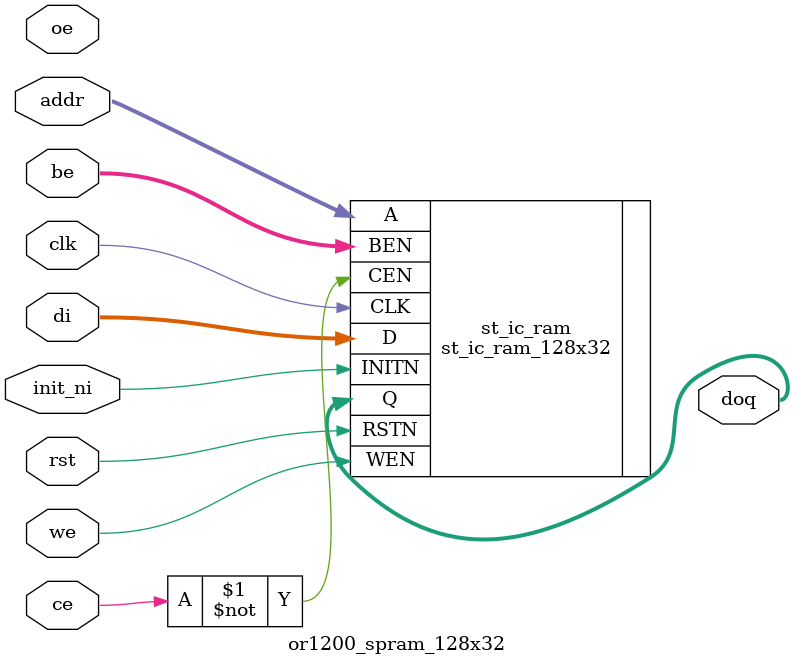
<source format=v>

`include "timescale.v"
// synopsys translate_on
`include "or1200_defines.v"

module or1200_spram_128x32(
`ifdef OR1200_BIST
	// RAM BIST
	mbist_si_i, mbist_so_o, mbist_ctrl_i,
`endif
	// Generic synchronous single-port RAM interface
	clk, rst, init_ni, ce, we, oe, be, addr, di, doq
);

//
// Default address and data buses width
//
parameter aw = 7;
parameter dw = 32;
parameter FLIPWELL = 0;

//
// Generic synchronous single-port RAM interface
//
input			clk;	// Clock
input			rst;	// Reset
input 		        init_ni;
input			ce;	// Chip enable input
input 	[3:0]	        be;	// Chip enable input
input			we;	// Write enable input
input			oe;	// Output enable input
input 	[aw-1:0]	addr;	// address bus inputs
input	[dw-1:0]	di;	// input data bus
output	[dw-1:0]	doq;	// output data bus

st_ic_ram_128x32
#(.FLIPWELL(FLIPWELL))
st_ic_ram
  (
   .CLK(clk),
   .RSTN(rst),
   .INITN(init_ni),
   .CEN(~ce),
   .WEN(we),
   .A(addr),
   .D(di),
   .BEN(be),
   .Q(doq)
   );
   
endmodule

</source>
